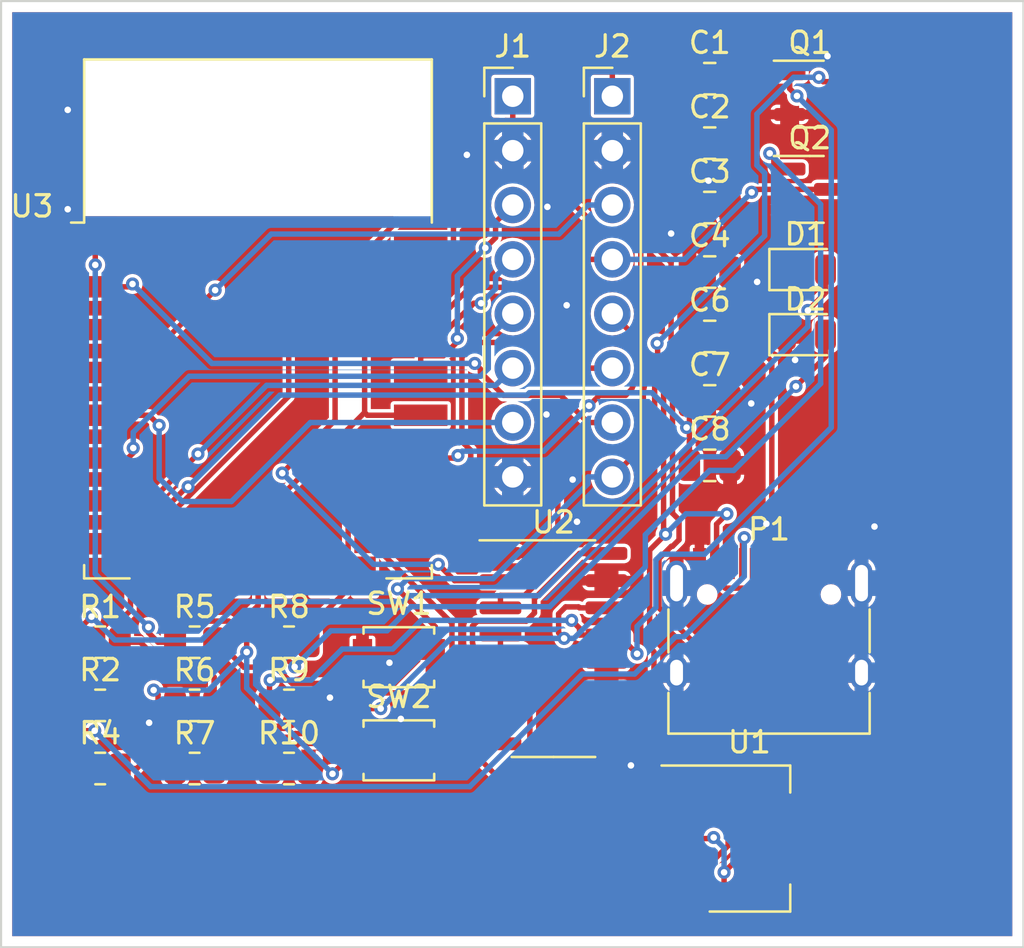
<source format=kicad_pcb>
(kicad_pcb (version 20221018) (generator pcbnew)
  (layers (0 "F.Cu" signal "Top Layer") (31 "B.Cu" signal "Bottom Layer") (34 "B.Paste" user) (35 "F.Paste" user) (36 "B.SilkS" user "Board Layer Stack Bottom Overlay") (37 "F.SilkS" user "Top Overlay") (38 "B.Mask" user "Board Layer Stack Bottom Solder") (39 "F.Mask" user "Top Solder") (44 "Edge.Cuts" user))
  (net 0 "")
  (net 1 "+5V")
  (net 2 "GND")
  (net 3 "+3.3V")
  (net 4 "Net-(U2-V3)")
  (net 5 "Net-(D1-A)")
  (net 6 "Net-(D2-A)")
  (net 7 "/GPIO4(D2)")
  (net 8 "/GPIO5(D1)")
  (net 9 "/GPIO12(D6)")
  (net 10 "/GPIO13(D7)")
  (net 11 "/GPIO14(D5)")
  (net 12 "/GPIO16(D0)")
  (net 13 "/GPIO0(D3)")
  (net 14 "/GPIO2(D4)")
  (net 15 "/GPIO15(D8)")
  (net 16 "/ADC0(A0)")
  (net 17 "/RST")
  (net 18 "Net-(P1-CC)")
  (net 20 "Net-(Q1-G)")
  (net 21 "Net-(Q2-G)")
  (net 22 "Net-(U3-EN)")
  (net 23 "Net-(U2-TXD)")
  (net 24 "Net-(U2-RXD)")
  (footprint "RF_Module:ESP-12E" (layer "F.Cu") (at 108.012 66.662)
    (fp_text reference "U3")
    (fp_text value "ESP-12F")
  )
  (footprint "Capacitor_SMD:C_0805_2012Metric" (layer "F.Cu") (at 129.112 64.472)
    (fp_text reference "C4")
    (fp_text value "100nF")
  )
  (footprint "Capacitor_SMD:C_0805_2012Metric" (layer "F.Cu") (at 129.112 61.462)
    (fp_text reference "C3")
    (fp_text value "100nF")
  )
  (footprint "Capacitor_SMD:C_0805_2012Metric" (layer "F.Cu") (at 129.112 55.442)
    (fp_text reference "C1")
    (fp_text value "22uF")
  )
  (footprint "Resistor_SMD:R_0805_2012Metric" (layer "F.Cu") (at 109.462 87.662)
    (fp_text reference "R10")
    (fp_text value "10K")
  )
  (footprint "Resistor_SMD:R_0805_2012Metric" (layer "F.Cu") (at 105.052 81.762)
    (fp_text reference "R5")
    (fp_text value "10K")
  )
  (footprint "LED_SMD:LED_0805_2012Metric" (layer "F.Cu") (at 133.582 64.357)
    (fp_text reference "D1")
    (fp_text value "RED_LED")
  )
  (footprint "Resistor_SMD:R_0805_2012Metric" (layer "F.Cu") (at 105.052 87.662)
    (fp_text reference "R7")
    (fp_text value "10K")
  )
  (footprint "Resistor_SMD:R_0805_2012Metric" (layer "F.Cu") (at 109.462 84.712)
    (fp_text reference "R9")
    (fp_text value "10K")
  )
  (footprint "Button_Switch_SMD:SW_SPST_B3U-1000P" (layer "F.Cu") (at 114.592 86.812)
    (fp_text reference "SW2")
    (fp_text value "SW_Push")
  )
  (footprint "Capacitor_SMD:C_0805_2012Metric" (layer "F.Cu") (at 129.112 58.452)
    (fp_text reference "C2")
    (fp_text value "10uF")
  )
  (footprint "Package_TO_SOT_SMD:SOT-23" (layer "F.Cu") (at 133.782 60.612)
    (fp_text reference "Q2")
    (fp_text value "BSS138")
  )
  (footprint "Resistor_SMD:R_0805_2012Metric" (layer "F.Cu") (at 100.642 87.662)
    (fp_text reference "R4")
    (fp_text value "10K")
  )
  (footprint "Resistor_SMD:R_0805_2012Metric" (layer "F.Cu") (at 109.462 81.762)
    (fp_text reference "R8")
    (fp_text value "470")
  )
  (footprint "Package_TO_SOT_SMD:SOT-223-3_TabPin2" (layer "F.Cu") (at 130.962 90.932)
    (fp_text reference "U1")
    (fp_text value "AMS1117-3.3")
  )
  (footprint "Resistor_SMD:R_0805_2012Metric" (layer "F.Cu") (at 105.052 84.712)
    (fp_text reference "R6")
    (fp_text value "10K")
  )
  (footprint "LED_SMD:LED_0805_2012Metric" (layer "F.Cu") (at 133.582 67.397)
    (fp_text reference "D2")
    (fp_text value "BLUE LED")
  )
  (footprint "Capacitor_SMD:C_0805_2012Metric" (layer "F.Cu") (at 129.112 70.492)
    (fp_text reference "C7")
    (fp_text value "100nF")
  )
  (footprint "Capacitor_SMD:C_0805_2012Metric" (layer "F.Cu") (at 129.112 67.482)
    (fp_text reference "C6")
    (fp_text value "100nF")
  )
  (footprint "Connector_PinHeader_2.54mm:PinHeader_1x08_P2.54mm_Vertical" (layer "F.Cu") (at 119.912 56.262)
    (fp_text reference "J1")
    (fp_text value "Conn_01x08")
  )
  (footprint "Capacitor_SMD:C_0805_2012Metric" (layer "F.Cu") (at 129.112 73.502)
    (fp_text reference "C8")
    (fp_text value "100nF")
  )
  (footprint "Connector_PinHeader_2.54mm:PinHeader_1x08_P2.54mm_Vertical" (layer "F.Cu") (at 124.562 56.262)
    (fp_text reference "J2")
    (fp_text value "Conn_01x08")
  )
  (footprint "Connector_USB:USB_C_Receptacle_HRO_TYPE-C-31-M-12" (layer "F.Cu") (at 131.882 82.132)
    (fp_text reference "P1")
    (fp_text value "USB_C_Plug_USB2.0")
  )
  (footprint "Resistor_SMD:R_0805_2012Metric" (layer "F.Cu") (at 100.642 81.762)
    (fp_text reference "R1")
    (fp_text value "470")
  )
  (footprint "Button_Switch_SMD:SW_SPST_B3U-1000P" (layer "F.Cu") (at 114.592 82.462)
    (fp_text reference "SW1")
    (fp_text value "SW_Push")
  )
  (footprint "Package_SO:SOIC-16_3.9x9.9mm_P1.27mm" (layer "F.Cu") (at 121.812 82.062)
    (fp_text reference "U2")
    (fp_text value "CH340C")
  )
  (footprint "Resistor_SMD:R_0805_2012Metric" (layer "F.Cu") (at 100.642 84.712)
    (fp_text reference "R2")
    (fp_text value "5K")
  )
  (footprint "Package_TO_SOT_SMD:SOT-23" (layer "F.Cu") (at 133.782 56.162)
    (fp_text reference "Q1")
    (fp_text value "BSS138")
  )
  (gr_rect (start 96.012 51.816) (end 143.764 96.012) (stroke (width 0.1)) (fill none) (layer "Edge.Cuts"))
  (segment (start 126.506371 93.206813) (end 126.506371 82.205708) (width 0.254254) (layer "F.Cu") (net 1))
  (segment (start 129.432 78.087) (end 129.432 76.246666) (width 0.254254) (layer "F.Cu") (net 1))
  (segment (start 129.432 76.246666) (end 129.913471 75.765195) (width 0.254254) (layer "F.Cu") (net 1))
  (segment (start 126.703457 57.907985) (end 126.703457 63.424516) (width 0.254254) (layer "F.Cu") (net 1))
  (segment (start 126.305783 77.462132) (end 127.049273 76.718642) (width 0.254254) (layer "F.Cu") (net 1))
  (segment (start 134.332 78.812) (end 134.332 78.087) (width 0.254254) (layer "F.Cu") (net 1))
  (segment (start 133.907065 79.236935) (end 134.332 78.812) (width 0.254254) (layer "F.Cu") (net 1))
  (segment (start 126.506371 82.205708) (end 126.305783 82.00512) (width 0.254254) (layer "F.Cu") (net 1))
  (segment (start 128.162 56.449442) (end 126.703457 57.907985) (width 0.254254) (layer "F.Cu") (net 1))
  (segment (start 126.956026 69.624017) (end 126.956026 76.625394) (width 0.254254) (layer "F.Cu") (net 1))
  (segment (start 128.162 55.442) (end 128.162 56.449442) (width 0.254254) (layer "F.Cu") (net 1))
  (segment (start 126.531558 93.232) (end 126.506371 93.206813) (width 0.254254) (layer "F.Cu") (net 1))
  (segment (start 129.837628 79.236935) (end 133.907065 79.236935) (width 0.254254) (layer "F.Cu") (net 1))
  (segment (start 126.956026 76.625394) (end 127.049273 76.718642) (width 0.254254) (layer "F.Cu") (net 1))
  (segment (start 126.703457 63.424516) (end 127.30748 64.028539) (width 0.254254) (layer "F.Cu") (net 1))
  (segment (start 127.131753 68.947877) (end 126.956026 69.624017) (width 0.254254) (layer "F.Cu") (net 1))
  (segment (start 127.30748 64.028539) (end 127.30748 68.772149) (width 0.254254) (layer "F.Cu") (net 1))
  (segment (start 129.432 78.831307) (end 129.837628 79.236935) (width 0.254254) (layer "F.Cu") (net 1))
  (segment (start 126.305783 82.00512) (end 126.305783 77.462132) (width 0.254254) (layer "F.Cu") (net 1))
  (segment (start 127.812 93.232) (end 126.531558 93.232) (width 0.254254) (layer "F.Cu") (net 1))
  (segment (start 129.432 78.087) (end 129.432 78.831307) (width 0.254254) (layer "F.Cu") (net 1))
  (segment (start 127.30748 68.772149) (end 127.131753 68.947877) (width 0.254254) (layer "F.Cu") (net 1))
  (via (at 127.049273 76.718642) (size 0.61021) (drill 0.305105) (layers "F.Cu" "B.Cu") (net 1))
  (via (at 129.913471 75.765195) (size 0.61021) (drill 0.305105) (layers "F.Cu" "B.Cu") (net 1))
  (segment (start 129.913471 75.765195) (end 128.00272 75.765195) (width 0.254254) (layer "B.Cu") (net 1))
  (segment (start 128.00272 75.765195) (end 127.049273 76.718642) (width 0.254254) (layer "B.Cu") (net 1))
  (segment (start 116.332 85.852) (end 116.292 85.892) (width 0.4) (layer "F.Cu") (net 2))
  (segment (start 102.926774 85.524341) (end 102.366841 85.524341) (width 0.4) (layer "F.Cu") (net 2))
  (segment (start 111.01323 84.712) (end 111.373458 84.351772) (width 0.4) (layer "F.Cu") (net 2))
  (segment (start 102.366841 85.524341) (end 101.5545 84.712) (width 0.4) (layer "F.Cu") (net 2))
  (segment (start 110.3745 84.712) (end 111.01323 84.712) (width 0.4) (layer "F.Cu") (net 2))
  (segment (start 116.292 85.892) (end 116.292 86.812) (width 0.4) (layer "F.Cu") (net 2))
  (segment (start 114.683927 85.344) (end 115.824 85.344) (width 0.4) (layer "F.Cu") (net 2))
  (segment (start 115.824 85.344) (end 116.332 85.852) (width 0.4) (layer "F.Cu") (net 2))
  (via (at 129.055703 60.204228) (size 0.61021) (drill 0.305105) (layers "F.Cu" "B.Cu") (net 2))
  (via (at 122.429275 66.023307) (size 0.61021) (drill 0.305105) (layers "F.Cu" "B.Cu") (net 2))
  (via (at 125.430678 87.516559) (size 0.61021) (drill 0.305105) (layers "F.Cu" "B.Cu") (net 2))
  (via (at 99.125424 61.538436) (size 0.61021) (drill 0.305105) (layers "F.Cu" "B.Cu") (net 2))
  (via (at 122.911195 76.134816) (size 0.61021) (drill 0.305105) (layers "F.Cu" "B.Cu") (net 2))
  (via (at 136.806577 76.36035) (size 0.61021) (drill 0.305105) (layers "F.Cu" "B.Cu") (net 2))
  (via (at 131.325338 64.93296) (size 0.61021) (drill 0.305105) (layers "F.Cu" "B.Cu") (net 2))
  (via (at 131.756411 76.231125) (size 0.61021) (drill 0.305105) (layers "F.Cu" "B.Cu") (net 2))
  (via (at 99.125424 56.898535) (size 0.61021) (drill 0.305105) (layers "F.Cu" "B.Cu") (net 2))
  (via (at 121.484834 71.125703) (size 0.61021) (drill 0.305105) (layers "F.Cu" "B.Cu") (net 2))
  (via (at 131.050471 70.610421) (size 0.61021) (drill 0.305105) (layers "F.Cu" "B.Cu") (net 2))
  (via (at 114.150993 82.72092) (size 0.61021) (drill 0.305105) (layers "F.Cu" "B.Cu") (net 2))
  (via (at 134.612054 54.386136) (size 0.61021) (drill 0.305105) (layers "F.Cu" "B.Cu") (net 2))
  (via (at 102.926774 85.524341) (size 0.61021) (drill 0.305105) (layers "F.Cu" "B.Cu") (net 2))
  (via (at 117.768467 58.999125) (size 0.61021) (drill 0.305105) (layers "F.Cu" "B.Cu") (net 2))
  (via (at 121.529134 61.427829) (size 0.61021) (drill 0.305105) (layers "F.Cu" "B.Cu") (net 2))
  (via (at 127.308437 62.673321) (size 0.61021) (drill 0.305105) (layers "F.Cu" "B.Cu") (net 2))
  (via (at 122.709137 74.167271) (size 0.61021) (drill 0.305105) (layers "F.Cu" "B.Cu") (net 2))
  (via (at 133.0984 68.578552) (size 0.61021) (drill 0.305105) (layers "F.Cu" "B.Cu") (net 2))
  (via (at 111.373458 84.351772) (size 0.61021) (drill 0.305105) (layers "F.Cu" "B.Cu") (net 2))
  (via (at 114.683927 85.344) (size 0.61021) (drill 0.305105) (layers "F.Cu" "B.Cu") (net 2))
  (segment (start 135.425528 76.243188) (end 133.03236 76.243188) (width 0.254254) (layer "F.Cu") (net 3))
  (segment (start 127.812 90.932) (end 129.247615 90.932) (width 0.254254) (layer "F.Cu") (net 3))
  (segment (start 103.872467 83.119966) (end 105.692293 83.119966) (width 0.254254) (layer "F.Cu") (net 3))
  (segment (start 118.19267 83.030647) (end 118.248775 82.695445) (width 0.254254) (layer "F.Cu") (net 3))
  (segment (start 119.577053 57.396292) (end 119.913999 57.396292) (width 0.254254) (layer "F.Cu") (net 3))
  (segment (start 134.08626 88.703027) (end 136.990025 85.799261) (width 0.254254) (layer "F.Cu") (net 3))
  (segment (start 124.287 77.617) (end 123.030558 77.617) (width 0.254254) (layer "F.Cu") (net 3))
  (segment (start 132.152659 77.088685) (end 132.132 77.088685) (width 0.24) (layer "F.Cu") (net 3))
  (segment (start 118.031038 81.00721) (end 118.031038 81.790976) (width 0.254254) (layer "F.Cu") (net 3))
  (segment (start 136.990025 77.807685) (end 135.425528 76.243188) (width 0.254254) (layer "F.Cu") (net 3))
  (segment (start 129.781823 92.510709) (end 129.781823 94.239327) (width 0.254254) (layer "F.Cu") (net 3))
  (segment (start 131.337844 90.954688) (end 131.337844 90.398222) (width 0.254254) (layer "F.Cu") (net 3))
  (segment (start 120.950056 57.396292) (end 119.913999 57.396292) (width 0.254254) (layer "F.Cu") (net 3))
  (segment (start 133.033039 88.703027) (end 134.08626 88.703027) (width 0.254254) (layer "F.Cu") (net 3))
  (segment (start 102.056576 77.663097) (end 109.44744 70.272232) (width 0.254254) (layer "F.Cu") (net 3))
  (segment (start 103.962316 85.944501) (end 105.714441 85.944501) (width 0.254254) (layer "F.Cu") (net 3))
  (segment (start 132.471017 76.770326) (end 132.998156 76.243188) (width 0.254254) (layer "F.Cu") (net 3))
  (segment (start 128.954943 54.580113) (end 128.954943 56.651615) (width 0.254254) (layer "F.Cu") (net 3))
  (segment (start 120.924695 80.395067) (end 120.541626 80.778135) (width 0.254254) (layer "F.Cu") (net 3))
  (segment (start 102.056576 77.185699) (end 102.056576 77.663097) (width 0.254254) (layer "F.Cu") (net 3))
  (segment (start 121.739031 53.502351) (end 121.739031 56.607316) (width 0.254254) (layer "F.Cu") (net 3))
  (segment (start 105.9645 81.762) (end 105.9645 82.847759) (width 0.254254) (layer "F.Cu") (net 3))
  (segment (start 134.08626 88.703027) (end 134.112 88.728768) (width 0.254254) (layer "F.Cu") (net 3))
  (segment (start 131.337844 90.398222) (end 133.033039 88.703027) (width 0.254254) (layer "F.Cu") (net 3))
  (segment (start 118.250329 82.697) (end 118.361 82.697) (width 0.254254) (layer "F.Cu") (net 3))
  (segment (start 102.056576 80.277482) (end 101.5545 80.779558) (width 0.254254) (layer "F.Cu") (net 3))
  (segment (start 121.739031 53.502351) (end 123.368238 55.131558) (width 0.254254) (layer "F.Cu") (net 3))
  (segment (start 118.66217 59.538704) (end 118.66217 58.311174) (width 0.254254) (layer "F.Cu") (net 3))
  (segment (start 102.669673 87.237145) (end 103.962316 85.944501) (width 0.254254) (layer "F.Cu") (net 3))
  (segment (start 132.998156 76.243188) (end 133.03236 76.243188) (width 0.254254) (layer "F.Cu") (net 3))
  (segment (start 118.66217 58.311174) (end 119.577053 57.396292) (width 0.254254) (layer "F.Cu") (net 3))
  (segment (start 128.162 57.444558) (end 128.162 58.452) (width 0.254254) (layer "F.Cu") (net 3))
  (segment (start 119.337 83.967) (end 119.337 82.697) (width 0.254254) (layer "F.Cu") (net 3))
  (segment (start 129.027653 94.993497) (end 126.141579 94.993497) (width 0.254254) (layer "F.Cu") (net 3))
  (segment (start 134.112 88.728768) (end 134.112 88.751558) (width 0.254254) (layer "F.Cu") (net 3))
  (segment (start 132.132 78.087) (end 131.632 78.087) (width 0.24) (layer "F.Cu") (net 3))
  (segment (start 104.688886 74.505991) (end 104.750079 74.505991) (width 0.254254) (layer "F.Cu") (net 3))
  (segment (start 128.162 71.863319) (end 128.162 72.494558) (width 0.254254) (layer "F.Cu") (net 3))
  (segment (start 105.9645 85.694442) (end 105.9645 84.712) (width 0.254254) (layer "F.Cu") (net 3))
  (segment (start 129.247615 90.932) (end 129.295976 90.883639) (width 0.254254) (layer "F.Cu") (net 3))
  (segment (start 129.781823 94.239327) (end 129.027653 94.993497) (width 0.254254) (layer "F.Cu") (net 3))
  (segment (start 119.913999 57.396292) (end 119.912 57.394292) (width 0.254254) (layer "F.Cu") (net 3))
  (segment (start 114.596985 62.019653) (end 116.181221 62.019653) (width 0.254254) (layer "F.Cu") (net 3))
  (segment (start 132.132 77.088685) (end 132.132 78.087) (width 0.24) (layer "F.Cu") (net 3))
  (segment (start 102.349442 87.662) (end 102.669673 87.341769) (width 0.254254) (layer "F.Cu") (net 3))
  (segment (start 124.562 55.131558) (end 124.562 56.262) (width 0.254254) (layer "F.Cu") (net 3))
  (segment (start 128.162 71.604215) (end 128.032448 71.733767) (width 0.254254) (layer "F.Cu") (net 3))
  (segment (start 118.361 82.697) (end 119.337 82.697) (width 0.254254) (layer "F.Cu") (net 3))
  (segment (start 128.162 70.492) (end 128.162 69.484558) (width 0.254254) (layer "F.Cu") (net 3))
  (segment (start 118.19267 83.629194) (end 118.19267 83.030647) (width 0.254254) (layer "F.Cu") (net 3))
  (segment (start 105.9645 82.847759) (end 105.692293 83.119966) (width 0.254254) (layer "F.Cu") (net 3))
  (segment (start 126.141579 94.993497) (end 118.058004 86.909922) (width 0.254254) (layer "F.Cu") (net 3))
  (segment (start 132.011065 75.221893) (end 133.03236 76.243188) (width 0.254254) (layer "F.Cu") (net 3))
  (segment (start 128.032448 71.733767) (end 128.162 71.863319) (width 0.254254) (layer "F.Cu") (net 3))
  (segment (start 129.066884 69.484558) (end 130.062 68.489442) (width 0.254254) (layer "F.Cu") (net 3))
  (segment (start 105.692293 83.119966) (end 105.9645 83.392173) (width 0.254254) (layer "F.Cu") (net 3))
  (segment (start 105.9645 83.392173) (end 105.9645 83.729558) (width 0.254254) (layer "F.Cu") (net 3))
  (segment (start 132.011065 68.648623) (end 132.011065 75.221893) (width 0.254254) (layer "F.Cu") (net 3))
  (segment (start 109.44744 67.169197) (end 114.596985 62.019653) (width 0.254254) (layer "F.Cu") (net 3))
  (segment (start 121.739031 56.607316) (end 120.950056 57.396292) (width 0.254254) (layer "F.Cu") (net 3))
  (segment (start 136.990025 85.799261) (end 136.990025 77.807685) (width 0.254254) (layer "F.Cu") (net 3))
  (segment (start 118.19267 82.358674) (end 118.248775 82.695445) (width 0.254254) (layer "F.Cu") (net 3))
  (segment (start 123.368238 55.131558) (end 124.562 55.131558) (width 0.254254) (layer "F.Cu") (net 3))
  (segment (start 128.954943 56.651615) (end 128.162 57.444558) (width 0.254254) (layer "F.Cu") (net 3))
  (segment (start 121.739031 53.502351) (end 127.877181 53.502351) (width 0.254254) (layer "F.Cu") (net 3))
  (segment (start 118.260113 80.778135) (end 118.031038 81.00721) (width 0.254254) (layer "F.Cu") (net 3))
  (segment (start 118.058004 86.909922) (end 118.058004 83.882311) (width 0.254254) (layer "F.Cu") (net 3))
  (segment (start 120.924695 79.722863) (end 120.924695 80.395067) (width 0.254254) (layer "F.Cu") (net 3))
  (segment (start 118.031038 81.790976) (end 118.19267 82.358674) (width 0.254254) (layer "F.Cu") (net 3))
  (segment (start 128.162 70.492) (end 128.162 71.604215) (width 0.254254) (layer "F.Cu") (net 3))
  (segment (start 128.162 61.462) (end 128.162 58.452) (width 0.254254) (layer "F.Cu") (net 3))
  (segment (start 120.541626 80.778135) (end 118.260113 80.778135) (width 0.254254) (layer "F.Cu") (net 3))
  (segment (start 119.337 82.697) (end 119.337 82.697) (width 0.254254) (layer "F.Cu") (net 3))
  (segment (start 130.062 68.489442) (end 130.062 67.482) (width 0.254254) (layer "F.Cu") (net 3))
  (segment (start 109.44744 70.272232) (end 109.44744 67.169197) (width 0.254254) (layer "F.Cu") (net 3))
  (segment (start 134.112 88.751558) (end 134.112 90.932) (width 0.254254) (layer "F.Cu") (net 3))
  (segment (start 118.058004 83.882311) (end 118.19267 83.629194) (width 0.254254) (layer "F.Cu") (net 3))
  (segment (start 102.032877 77.162) (end 104.688886 74.505991) (width 0.254254) (layer "F.Cu") (net 3))
  (segment (start 102.669673 87.341769) (end 102.669673 87.237145) (width 0.254254) (layer "F.Cu") (net 3))
  (segment (start 102.032877 77.162) (end 102.056576 77.185699) (width 0.254254) (layer "F.Cu") (net 3))
  (segment (start 102.056576 77.663097) (end 102.056576 80.277482) (width 0.254254) (layer "F.Cu") (net 3))
  (segment (start 100.412 77.162) (end 102.032877 77.162) (width 0.254254) (layer "F.Cu") (net 3))
  (segment (start 101.5545 80.779558) (end 101.5545 81.762) (width 0.254254) (layer "F.Cu") (net 3))
  (segment (start 102.514501 81.762) (end 103.872467 83.119966) (width 0.254254) (layer "F.Cu") (net 3))
  (segment (start 128.162 72.494558) (end 128.162 73.502) (width 0.254254) (layer "F.Cu") (net 3))
  (segment (start 130.844442 67.482) (end 132.011065 68.648623) (width 0.254254) (layer "F.Cu") (net 3))
  (segment (start 129.781823 92.510709) (end 131.337844 90.954688) (width 0.254254) (layer "F.Cu") (net 3))
  (segment (start 128.162 69.484558) (end 129.066884 69.484558) (width 0.254254) (layer "F.Cu") (net 3))
  (segment (start 128.162 58.452) (end 128.162 58.452) (width 0.254254) (layer "F.Cu") (net 3))
  (segment (start 101.5545 81.762) (end 102.514501 81.762) (width 0.254254) (layer "F.Cu") (net 3))
  (segment (start 118.248775 82.695445) (end 118.250329 82.697) (width 0.254254) (layer "F.Cu") (net 3))
  (segment (start 127.877181 53.502351) (end 128.954943 54.580113) (width 0.254254) (layer "F.Cu") (net 3))
  (segment (start 123.030558 77.617) (end 120.924695 79.722863) (width 0.254254) (layer "F.Cu") (net 3))
  (segment (start 101.5545 87.662) (end 102.349442 87.662) (width 0.254254) (layer "F.Cu") (net 3))
  (segment (start 105.714441 85.944501) (end 105.9645 85.694442) (width 0.254254) (layer "F.Cu") (net 3))
  (segment (start 119.912 57.394292) (end 119.912 57.392442) (width 0.254254) (layer "F.Cu") (net 3))
  (segment (start 105.9645 83.729558) (end 105.9645 84.712) (width 0.254254) (layer "F.Cu") (net 3))
  (segment (start 131.632 78.087) (end 131.632 78.087) (width 0.24) (layer "F.Cu") (net 3))
  (segment (start 119.912 57.392442) (end 119.912 56.262) (width 0.254254) (layer "F.Cu") (net 3))
  (segment (start 130.062 67.482) (end 130.844442 67.482) (width 0.254254) (layer "F.Cu") (net 3))
  (segment (start 132.471017 76.770326) (end 132.152659 77.088685) (width 0.24) (layer "F.Cu") (net 3))
  (segment (start 116.181221 62.019653) (end 118.66217 59.538704) (width 0.254254) (layer "F.Cu") (net 3))
  (via (at 129.781823 92.510709) (size 0.61021) (drill 0.305105) (layers "F.Cu" "B.Cu") (net 3))
  (via (at 104.750079 74.505991) (size 0.61021) (drill 0.305105) (layers "F.Cu" "B.Cu") (net 3))
  (via (at 129.295976 90.883639) (size 0.61021) (drill 0.305105) (layers "F.Cu" "B.Cu") (net 3))
  (via (at 128.032448 71.733767) (size 0.61021) (drill 0.305105) (layers "F.Cu" "B.Cu") (net 3))
  (segment (start 126.408148 70.109467) (end 128.032448 71.733767) (width 0.254254) (layer "B.Cu") (net 3))
  (segment (start 126.408148 70.109467) (end 126.408148 70.109467) (width 0.254254) (layer "B.Cu") (net 3))
  (segment (start 120.691314 70.109467) (end 126.408148 70.109467) (width 0.254254) (layer "B.Cu") (net 3))
  (segment (start 129.781823 91.369486) (end 129.781823 92.510709) (width 0.254254) (layer "B.Cu") (net 3))
  (segment (start 120.580472 70.22031) (end 120.691314 70.109467) (width 0.254254) (layer "B.Cu") (net 3))
  (segment (start 129.295976 90.883639) (end 129.781823 91.369486) (width 0.254254) (layer "B.Cu") (net 3))
  (segment (start 109.035761 70.22031) (end 120.580472 70.22031) (width 0.254254) (layer "B.Cu") (net 3))
  (segment (start 104.750079 74.505991) (end 109.035761 70.22031) (width 0.254254) (layer "B.Cu") (net 3))
  (segment (start 127.371593 77.282551) (end 127.316405 77.282551) (width 0.254254) (layer "F.Cu") (net 4))
  (segment (start 119.337 82.008442) (end 119.337 81.427) (width 0.254254) (layer "F.Cu") (net 4))
  (segment (start 129.104791 66.436651) (end 129.104791 68.1822) (width 0.254254) (layer "F.Cu") (net 4))
  (segment (start 126.638081 94.368999) (end 120.711078 88.441997) (width 0.254254) (layer "F.Cu") (net 4))
  (segment (start 128.579025 68.707965) (end 128.259612 68.707965) (width 0.254254) (layer "F.Cu") (net 4))
  (segment (start 126.741965 77.856992) (end 126.741965 80.156977) (width 0.254254) (layer "F.Cu") (net 4))
  (segment (start 129.969978 83.384991) (end 129.969978 91.267397) (width 0.254254) (layer "F.Cu") (net 4))
  (segment (start 120.711078 82.33382) (end 120.3857 82.008442) (width 0.254254) (layer "F.Cu") (net 4))
  (segment (start 127.421956 69.59625) (end 127.373051 69.707533) (width 0.254254) (layer "F.Cu") (net 4))
  (segment (start 128.259612 68.707965) (end 127.421956 69.545622) (width 0.254254) (layer "F.Cu") (net 4))
  (segment (start 127.373051 69.707533) (end 127.373051 75.738388) (width 0.254254) (layer "F.Cu") (net 4))
  (segment (start 129.137877 94.200484) (end 128.969362 94.368999) (width 0.254254) (layer "F.Cu") (net 4))
  (segment (start 130.062 64.472) (end 130.062 65.479442) (width 0.254254) (layer "F.Cu") (net 4))
  (segment (start 120.711078 88.441997) (end 120.711078 82.33382) (width 0.254254) (layer "F.Cu") (net 4))
  (segment (start 126.741965 80.156977) (end 129.969978 83.384991) (width 0.254254) (layer "F.Cu") (net 4))
  (segment (start 128.969362 94.368999) (end 126.638081 94.368999) (width 0.254254) (layer "F.Cu") (net 4))
  (segment (start 127.316405 77.282551) (end 126.741965 77.856992) (width 0.254254) (layer "F.Cu") (net 4))
  (segment (start 127.421956 69.545622) (end 127.421956 69.59625) (width 0.254254) (layer "F.Cu") (net 4))
  (segment (start 120.3857 82.008442) (end 119.337 82.008442) (width 0.254254) (layer "F.Cu") (net 4))
  (segment (start 127.678181 76.043518) (end 127.678181 76.975964) (width 0.254254) (layer "F.Cu") (net 4))
  (segment (start 129.969978 91.267397) (end 129.137877 92.099498) (width 0.254254) (layer "F.Cu") (net 4))
  (segment (start 127.373051 75.738388) (end 127.678181 76.043518) (width 0.254254) (layer "F.Cu") (net 4))
  (segment (start 129.137877 92.099498) (end 129.137877 94.200484) (width 0.254254) (layer "F.Cu") (net 4))
  (segment (start 127.678181 76.975964) (end 127.371593 77.282551) (width 0.254254) (layer "F.Cu") (net 4))
  (segment (start 130.062 65.479442) (end 129.104791 66.436651) (width 0.254254) (layer "F.Cu") (net 4))
  (segment (start 129.104791 68.1822) (end 128.579025 68.707965) (width 0.254254) (layer "F.Cu") (net 4))
  (segment (start 99.7295 81.07815) (end 99.7295 81.762) (width 0.254254) (layer "F.Cu") (net 5))
  (segment (start 100.238495 80.569155) (end 99.7295 81.07815) (width 0.254254) (layer "F.Cu") (net 5))
  (segment (start 134.5195 65.442254) (end 133.695528 66.266226) (width 0.254254) (layer "F.Cu") (net 5))
  (segment (start 134.5195 64.357) (end 134.5195 65.442254) (width 0.254254) (layer "F.Cu") (net 5))
  (via (at 133.695528 66.266226) (size 0.61021) (drill 0.305105) (layers "F.Cu" "B.Cu") (net 5))
  (via (at 100.238495 80.569155) (size 0.61021) (drill 0.305105) (layers "F.Cu" "B.Cu") (net 5))
  (segment (start 100.238495 80.569155) (end 101.327569 81.658228) (width 0.254254) (layer "B.Cu") (net 5))
  (segment (start 101.327569 81.658228) (end 105.377981 81.658228) (width 0.254254) (layer "B.Cu") (net 5))
  (segment (start 114.796457 79.862953) (end 115.071343 79.588067) (width 0.254254) (layer "B.Cu") (net 5))
  (segment (start 121.128697 79.588067) (end 133.695528 67.021236) (width 0.254254) (layer "B.Cu") (net 5))
  (segment (start 115.071343 79.588067) (end 121.128697 79.588067) (width 0.254254) (layer "B.Cu") (net 5))
  (segment (start 107.173257 79.862953) (end 114.796457 79.862953) (width 0.254254) (layer "B.Cu") (net 5))
  (segment (start 105.377981 81.658228) (end 107.173257 79.862953) (width 0.254254) (layer "B.Cu") (net 5))
  (segment (start 133.695528 67.021236) (end 133.695528 66.266226) (width 0.254254) (layer "B.Cu") (net 5))
  (segment (start 134.5195 68.431796) (end 133.137455 69.813841) (width 0.254254) (layer "F.Cu") (net 6))
  (segment (start 109.344442 81.762) (end 108.5495 81.762) (width 0.254254) (layer "F.Cu") (net 6))
  (segment (start 109.724637 82.913965) (end 109.344442 82.533769) (width 0.254254) (layer "F.Cu") (net 6))
  (segment (start 134.5195 67.397) (end 134.5195 68.431796) (width 0.254254) (layer "F.Cu") (net 6))
  (segment (start 109.344442 82.533769) (end 109.344442 81.762) (width 0.254254) (layer "F.Cu") (net 6))
  (via (at 109.724637 82.913965) (size 0.61021) (drill 0.305105) (layers "F.Cu" "B.Cu") (net 6))
  (via (at 133.137455 69.813841) (size 0.61021) (drill 0.305105) (layers "F.Cu" "B.Cu") (net 6))
  (segment (start 114.038139 81.226903) (end 115.162847 80.102196) (width 0.254254) (layer "B.Cu") (net 6))
  (segment (start 111.411699 81.226903) (end 114.038139 81.226903) (width 0.254254) (layer "B.Cu") (net 6))
  (segment (start 109.724637 82.913965) (end 111.411699 81.226903) (width 0.254254) (layer "B.Cu") (net 6))
  (segment (start 129.858061 73.101381) (end 133.137455 69.821987) (width 0.254254) (layer "B.Cu") (net 6))
  (segment (start 121.636487 80.102196) (end 128.637302 73.101381) (width 0.254254) (layer "B.Cu") (net 6))
  (segment (start 133.137455 69.821987) (end 133.137455 69.813841) (width 0.254254) (layer "B.Cu") (net 6))
  (segment (start 128.637302 73.101381) (end 129.858061 73.101381) (width 0.254254) (layer "B.Cu") (net 6))
  (segment (start 115.162847 80.102196) (end 121.636487 80.102196) (width 0.254254) (layer "B.Cu") (net 6))
  (segment (start 119.108697 62.868561) (end 119.108697 62.145303) (width 0.254254) (layer "F.Cu") (net 7))
  (segment (start 117.324325 67.728943) (end 116.67171 68.381558) (width 0.254254) (layer "F.Cu") (net 7))
  (segment (start 115.612 68.381558) (end 115.612 69.162) (width 0.254254) (layer "F.Cu") (net 7))
  (segment (start 119.108697 62.145303) (end 119.912 61.342) (width 0.254254) (layer "F.Cu") (net 7))
  (segment (start 117.324325 67.574848) (end 117.324325 67.728943) (width 0.254254) (layer "F.Cu") (net 7))
  (segment (start 118.630944 63.346314) (end 119.108697 62.868561) (width 0.254254) (layer "F.Cu") (net 7))
  (segment (start 116.67171 68.381558) (end 115.612 68.381558) (width 0.254254) (layer "F.Cu") (net 7))
  (via (at 118.630944 63.346314) (size 0.61021) (drill 0.305105) (layers "F.Cu" "B.Cu") (net 7))
  (via (at 117.324325 67.574848) (size 0.61021) (drill 0.305105) (layers "F.Cu" "B.Cu") (net 7))
  (segment (start 117.324325 64.652933) (end 118.630944 63.346314) (width 0.254254) (layer "B.Cu") (net 7))
  (segment (start 117.324325 67.574848) (end 117.324325 64.652933) (width 0.254254) (layer "B.Cu") (net 7))
  (segment (start 115.612 67.162) (end 116.862 67.162) (width 0.254254) (layer "F.Cu") (net 8))
  (segment (start 118.095596 65.928404) (end 118.43522 65.928404) (width 0.254254) (layer "F.Cu") (net 8))
  (segment (start 116.862 67.162) (end 118.095596 65.928404) (width 0.254254) (layer "F.Cu") (net 8))
  (via (at 118.43522 65.928404) (size 0.61021) (drill 0.305105) (layers "F.Cu" "B.Cu") (net 8))
  (segment (start 119.108697 64.685303) (end 119.912 63.882) (width 0.254254) (layer "B.Cu") (net 8))
  (segment (start 118.43522 65.928404) (end 119.108697 65.254926) (width 0.254254) (layer "B.Cu") (net 8))
  (segment (start 119.108697 65.254926) (end 119.108697 64.685303) (width 0.254254) (layer "B.Cu") (net 8))
  (segment (start 101.942442 73.162) (end 102.185119 72.919323) (width 0.254254) (layer "F.Cu") (net 9))
  (segment (start 102.185119 72.919323) (end 102.185119 72.691759) (width 0.254254) (layer "F.Cu") (net 9))
  (segment (start 100.412 73.162) (end 101.942442 73.162) (width 0.254254) (layer "F.Cu") (net 9))
  (via (at 102.185119 72.691759) (size 0.61021) (drill 0.305105) (layers "F.Cu" "B.Cu") (net 9))
  (segment (start 119.108697 67.225303) (end 119.912 66.422) (width 0.254254) (layer "B.Cu") (net 9))
  (segment (start 118.405205 69.340757) (end 118.768259 68.977703) (width 0.254254) (layer "B.Cu") (net 9))
  (segment (start 102.185119 72.691759) (end 102.185119 71.955825) (width 0.254254) (layer "B.Cu") (net 9))
  (segment (start 104.800187 69.340757) (end 118.405205 69.340757) (width 0.254254) (layer "B.Cu") (net 9))
  (segment (start 118.768259 67.565741) (end 119.108697 67.225303) (width 0.254254) (layer "B.Cu") (net 9))
  (segment (start 102.185119 71.955825) (end 104.800187 69.340757) (width 0.254254) (layer "B.Cu") (net 9))
  (segment (start 118.768259 68.977703) (end 118.768259 67.565741) (width 0.254254) (layer "B.Cu") (net 9))
  (segment (start 100.412 75.162) (end 103.016647 75.162) (width 0.254254) (layer "F.Cu") (net 10))
  (segment (start 103.016647 75.162) (end 105.20883 72.969817) (width 0.254254) (layer "F.Cu") (net 10))
  (via (at 105.20883 72.969817) (size 0.61021) (drill 0.305105) (layers "F.Cu" "B.Cu") (net 10))
  (segment (start 119.108697 69.765303) (end 119.912 68.962) (width 0.254254) (layer "B.Cu") (net 10))
  (segment (start 105.20883 72.969817) (end 108.413344 69.765303) (width 0.254254) (layer "B.Cu") (net 10))
  (segment (start 108.413344 69.765303) (end 119.108697 69.765303) (width 0.254254) (layer "B.Cu") (net 10))
  (segment (start 100.412 71.162) (end 102.925151 71.162) (width 0.254254) (layer "F.Cu") (net 11))
  (segment (start 102.925151 71.162) (end 103.395227 71.632076) (width 0.254254) (layer "F.Cu") (net 11))
  (via (at 103.395227 71.632076) (size 0.61021) (drill 0.305105) (layers "F.Cu" "B.Cu") (net 11))
  (segment (start 103.395227 74.103585) (end 103.395227 71.632076) (width 0.254254) (layer "B.Cu") (net 11))
  (segment (start 112.36755 71.502) (end 110.45746 71.502) (width 0.254254) (layer "B.Cu") (net 11))
  (segment (start 104.480366 75.188724) (end 103.395227 74.103585) (width 0.254254) (layer "B.Cu") (net 11))
  (segment (start 110.45746 71.502) (end 106.770737 75.188724) (width 0.254254) (layer "B.Cu") (net 11))
  (segment (start 106.770737 75.188724) (end 104.480366 75.188724) (width 0.254254) (layer "B.Cu") (net 11))
  (segment (start 119.912 71.502) (end 112.36755 71.502) (width 0.254254) (layer "B.Cu") (net 11))
  (segment (start 106.01054 65.3197) (end 102.16824 69.162) (width 0.254254) (layer "F.Cu") (net 12))
  (segment (start 102.16824 69.162) (end 101.942442 69.162) (width 0.254254) (layer "F.Cu") (net 12))
  (segment (start 101.942442 69.162) (end 100.412 69.162) (width 0.254254) (layer "F.Cu") (net 12))
  (via (at 106.01054 65.3197) (size 0.61021) (drill 0.305105) (layers "F.Cu" "B.Cu") (net 12))
  (segment (start 122.069343 62.698215) (end 123.425558 61.342) (width 0.254254) (layer "B.Cu") (net 12))
  (segment (start 108.632025 62.698215) (end 122.069343 62.698215) (width 0.254254) (layer "B.Cu") (net 12))
  (segment (start 123.425558 61.342) (end 124.562 61.342) (width 0.254254) (layer "B.Cu") (net 12))
  (segment (start 106.01054 65.3197) (end 108.632025 62.698215) (width 0.254254) (layer "B.Cu") (net 12))
  (segment (start 103.344558 84.712) (end 104.1395 84.712) (width 0.254254) (layer "F.Cu") (net 13))
  (segment (start 117.919803 65.187803) (end 122.119755 65.187803) (width 0.254254) (layer "F.Cu") (net 13))
  (segment (start 114.419777 66.162) (end 116.945607 66.162) (width 0.254254) (layer "F.Cu") (net 13))
  (segment (start 112.992722 67.589054) (end 114.419777 66.162) (width 0.254254) (layer "F.Cu") (net 13))
  (segment (start 111.491724 87.908932) (end 112.161558 87.239099) (width 0.254254) (layer "F.Cu") (net 13))
  (segment (start 115.612 71.162) (end 113.120568 71.162) (width 0.254254) (layer "F.Cu") (net 13))
  (segment (start 103.344558 84.206562) (end 103.344558 84.712) (width 0.254254) (layer "F.Cu") (net 13))
  (segment (start 108.020577 76.0063) (end 108.020577 80.046422) (width 0.254254) (layer "F.Cu") (net 13))
  (segment (start 113.120568 71.162) (end 112.992722 71.034155) (width 0.254254) (layer "F.Cu") (net 13))
  (segment (start 112.161558 87.239099) (end 112.161558 86.812) (width 0.254254) (layer "F.Cu") (net 13))
  (segment (start 122.119755 65.187803) (end 123.425558 63.882) (width 0.254254) (layer "F.Cu") (net 13))
  (segment (start 131.206379 60.612) (end 133.700558 60.612) (width 0.254254) (layer "F.Cu") (net 13))
  (segment (start 112.992722 71.034155) (end 108.020577 76.0063) (width 0.254254) (layer "F.Cu") (net 13))
  (segment (start 107.484081 80.582917) (end 107.484081 82.223116) (width 0.254254) (layer "F.Cu") (net 13))
  (segment (start 123.425558 63.882) (end 124.562 63.882) (width 0.254254) (layer "F.Cu") (net 13))
  (segment (start 108.020577 80.046422) (end 107.484081 80.582917) (width 0.254254) (layer "F.Cu") (net 13))
  (segment (start 133.700558 60.612) (end 134.7195 60.612) (width 0.254254) (layer "F.Cu") (net 13))
  (segment (start 112.161558 86.812) (end 112.892 86.812) (width 0.254254) (layer "F.Cu") (net 13))
  (segment (start 103.137725 83.999729) (end 103.344558 84.206562) (width 0.254254) (layer "F.Cu") (net 13))
  (segment (start 112.992722 71.034155) (end 112.992722 67.589054) (width 0.254254) (layer "F.Cu") (net 13))
  (segment (start 131.070163 60.748216) (end 131.206379 60.612) (width 0.254254) (layer "F.Cu") (net 13))
  (segment (start 116.945607 66.162) (end 117.919803 65.187803) (width 0.254254) (layer "F.Cu") (net 13))
  (via (at 103.137725 83.999729) (size 0.61021) (drill 0.305105) (layers "F.Cu" "B.Cu") (net 13))
  (via (at 111.491724 87.908932) (size 0.61021) (drill 0.305105) (layers "F.Cu" "B.Cu") (net 13))
  (via (at 107.484081 82.223116) (size 0.61021) (drill 0.305105) (layers "F.Cu" "B.Cu") (net 13))
  (via (at 131.070163 60.748216) (size 0.61021) (drill 0.305105) (layers "F.Cu" "B.Cu") (net 13))
  (segment (start 105.707469 83.999729) (end 103.137725 83.999729) (width 0.254254) (layer "B.Cu") (net 13))
  (segment (start 107.484081 82.223116) (end 105.707469 83.999729) (width 0.254254) (layer "B.Cu") (net 13))
  (segment (start 127.936379 63.882) (end 125.698442 63.882) (width 0.254254) (layer "B.Cu") (net 13))
  (segment (start 125.698442 63.882) (end 124.562 63.882) (width 0.254254) (layer "B.Cu") (net 13))
  (segment (start 107.484081 83.90129) (end 111.491724 87.908932) (width 0.254254) (layer "B.Cu") (net 13))
  (segment (start 131.070163 60.748216) (end 127.936379 63.882) (width 0.254254) (layer "B.Cu") (net 13))
  (segment (start 107.484081 82.223116) (end 107.484081 83.90129) (width 0.254254) (layer "B.Cu") (net 13))
  (segment (start 112.22282 79.277386) (end 110.720648 80.779558) (width 0.254254) (layer "F.Cu") (net 14))
  (segment (start 125.460351 69.956017) (end 125.704949 69.373467) (width 0.254254) (layer "F.Cu") (net 14))
  (segment (start 125.704949 68.479693) (end 125.365303 68.140046) (width 0.254254) (layer "F.Cu") (net 14))
  (segment (start 125.704949 69.373467) (end 125.704949 68.479693) (width 0.254254) (layer "F.Cu") (net 14))
  (segment (start 112.22282 75.020738) (end 112.22282 79.277386) (width 0.254254) (layer "F.Cu") (net 14))
  (segment (start 125.184368 70.232) (end 125.460351 69.956017) (width 0.254254) (layer "F.Cu") (net 14))
  (segment (start 117.350373 73.042724) (end 117.231098 73.162) (width 0.254254) (layer "F.Cu") (net 14))
  (segment (start 125.365303 68.140046) (end 125.365303 67.225303) (width 0.254254) (layer "F.Cu") (net 14))
  (segment (start 110.3745 80.779558) (end 110.3745 81.762) (width 0.254254) (layer "F.Cu") (net 14))
  (segment (start 115.612 73.162) (end 114.081558 73.162) (width 0.254254) (layer "F.Cu") (net 14))
  (segment (start 117.142442 73.162) (end 115.612 73.162) (width 0.254254) (layer "F.Cu") (net 14))
  (segment (start 123.960088 70.232) (end 125.184368 70.232) (width 0.254254) (layer "F.Cu") (net 14))
  (segment (start 110.720648 80.779558) (end 110.3745 80.779558) (width 0.254254) (layer "F.Cu") (net 14))
  (segment (start 125.365303 67.225303) (end 124.562 66.422) (width 0.254254) (layer "F.Cu") (net 14))
  (segment (start 114.081558 73.162) (end 112.22282 75.020738) (width 0.254254) (layer "F.Cu") (net 14))
  (segment (start 117.231098 73.162) (end 117.142442 73.162) (width 0.254254) (layer "F.Cu") (net 14))
  (segment (start 123.474792 70.717296) (end 123.960088 70.232) (width 0.254254) (layer "F.Cu") (net 14))
  (via (at 123.474792 70.717296) (size 0.61021) (drill 0.305105) (layers "F.Cu" "B.Cu") (net 14))
  (via (at 117.350373 73.042724) (size 0.61021) (drill 0.305105) (layers "F.Cu" "B.Cu") (net 14))
  (segment (start 121.35293 72.839158) (end 123.474792 70.717296) (width 0.254254) (layer "B.Cu") (net 14))
  (segment (start 117.350373 73.042724) (end 117.553939 72.839158) (width 0.254254) (layer "B.Cu") (net 14))
  (segment (start 117.553939 72.839158) (end 121.35293 72.839158) (width 0.254254) (layer "B.Cu") (net 14))
  (segment (start 117.071962 83.434568) (end 116.377327 84.129204) (width 0.254254) (layer "F.Cu") (net 15))
  (segment (start 122.226357 67.762799) (end 123.425558 68.962) (width 0.254254) (layer "F.Cu") (net 15))
  (segment (start 106.759442 87.662) (end 105.9645 87.662) (width 0.254254) (layer "F.Cu") (net 15))
  (segment (start 117.950218 72.799939) (end 117.536903 72.386624) (width 0.254254) (layer "F.Cu") (net 15))
  (segment (start 112.557204 84.129204) (end 111.168925 85.517483) (width 0.254254) (layer "F.Cu") (net 15))
  (segment (start 110.731879 86.027706) (end 109.755903 86.027706) (width 0.254254) (layer "F.Cu") (net 15))
  (segment (start 118.21544 67.762799) (end 122.226357 67.762799) (width 0.254254) (layer "F.Cu") (net 15))
  (segment (start 111.168925 85.517483) (end 111.168925 85.59066) (width 0.254254) (layer "F.Cu") (net 15))
  (segment (start 114.081558 75.162) (end 113.95507 75.288488) (width 0.254254) (layer "F.Cu") (net 15))
  (segment (start 109.755903 86.027706) (end 109.580689 86.20292) (width 0.254254) (layer "F.Cu") (net 15))
  (segment (start 117.950218 74.354225) (end 117.950218 72.799939) (width 0.254254) (layer "F.Cu") (net 15))
  (segment (start 116.377327 84.129204) (end 112.557204 84.129204) (width 0.254254) (layer "F.Cu") (net 15))
  (segment (start 111.168925 85.59066) (end 110.731879 86.027706) (width 0.254254) (layer "F.Cu") (net 15))
  (segment (start 108.218522 86.20292) (end 106.759442 87.662) (width 0.254254) (layer "F.Cu") (net 15))
  (segment (start 123.425558 68.962) (end 124.562 68.962) (width 0.254254) (layer "F.Cu") (net 15))
  (segment (start 117.071962 80.875147) (end 117.071962 83.434568) (width 0.254254) (layer "F.Cu") (net 15))
  (segment (start 113.95507 75.288488) (end 113.95507 77.758255) (width 0.254254) (layer "F.Cu") (net 15))
  (segment (start 117.536903 68.441336) (end 118.21544 67.762799) (width 0.254254) (layer "F.Cu") (net 15))
  (segment (start 117.142442 75.162) (end 117.950218 74.354225) (width 0.254254) (layer "F.Cu") (net 15))
  (segment (start 115.612 75.162) (end 117.142442 75.162) (width 0.254254) (layer "F.Cu") (net 15))
  (segment (start 113.95507 77.758255) (end 117.071962 80.875147) (width 0.254254) (layer "F.Cu") (net 15))
  (segment (start 117.536903 72.386624) (end 117.536903 68.441336) (width 0.254254) (layer "F.Cu") (net 15))
  (segment (start 109.580689 86.20292) (end 108.218522 86.20292) (width 0.254254) (layer "F.Cu") (net 15))
  (segment (start 115.612 75.162) (end 114.081558 75.162) (width 0.254254) (layer "F.Cu") (net 15))
  (segment (start 100.412 65.162) (end 102.019159 65.162) (width 0.254254) (layer "F.Cu") (net 16))
  (segment (start 118.400363 69.150077) (end 119.482286 70.232) (width 0.254254) (layer "F.Cu") (net 16))
  (segment (start 118.400363 69.004622) (end 118.400363 69.150077) (width 0.254254) (layer "F.Cu") (net 16))
  (segment (start 123.425558 71.502) (end 124.562 71.502) (width 0.254254) (layer "F.Cu") (net 16))
  (segment (start 102.019159 65.162) (end 102.150841 65.030318) (width 0.254254) (layer "F.Cu") (net 16))
  (segment (start 122.155558 70.232) (end 123.425558 71.502) (width 0.254254) (layer "F.Cu") (net 16))
  (segment (start 119.482286 70.232) (end 122.155558 70.232) (width 0.254254) (layer "F.Cu") (net 16))
  (segment (start 118.136524 68.740783) (end 118.400363 69.004622) (width 0.254254) (layer "F.Cu") (net 16))
  (via (at 102.150841 65.030318) (size 0.61021) (drill 0.305105) (layers "F.Cu" "B.Cu") (net 16))
  (via (at 118.136524 68.740783) (size 0.61021) (drill 0.305105) (layers "F.Cu" "B.Cu") (net 16))
  (segment (start 105.861306 68.740783) (end 102.150841 65.030318) (width 0.254254) (layer "B.Cu") (net 16))
  (segment (start 118.136524 68.740783) (end 105.861306 68.740783) (width 0.254254) (layer "B.Cu") (net 16))
  (segment (start 115.475436 82.548122) (end 115.475436 82.601665) (width 0.254254) (layer "F.Cu") (net 17))
  (segment (start 134.7195 55.580558) (end 134.7195 56.162) (width 0.254254) (layer "F.Cu") (net 17))
  (segment (start 106.809176 82.390594) (end 106.809176 80.939078) (width 0.254254) (layer "F.Cu") (net 17))
  (segment (start 126.678103 67.825539) (end 126.653967 67.801402) (width 0.254254) (layer "F.Cu") (net 17))
  (segment (start 126.539 69.5405) (end 126.678103 68.901031) (width 0.254254) (layer "F.Cu") (net 17))
  (segment (start 109.601922 83.686898) (end 109.112439 83.197415) (width 0.254254) (layer "F.Cu") (net 17))
  (segment (start 102.895136 81.312578) (end 102.895136 81.053519) (width 0.254254) (layer "F.Cu") (net 17))
  (segment (start 106.809176 80.939078) (end 106.645764 80.775667) (width 0.254254) (layer "F.Cu") (net 17))
  (segment (start 125.365303 73.238697) (end 126.539 72.065) (width 0.254254) (layer "F.Cu") (net 17))
  (segment (start 126.539 72.065) (end 126.539 69.5405) (width 0.254254) (layer "F.Cu") (net 17))
  (segment (start 115.561558 82.462) (end 115.475436 82.548122) (width 0.254254) (layer "F.Cu") (net 17))
  (segment (start 104.143391 80.775667) (end 104.1395 80.779558) (width 0.254254) (layer "F.Cu") (net 17))
  (segment (start 115.475436 82.601665) (end 114.390203 83.686898) (width 0.254254) (layer "F.Cu") (net 17))
  (segment (start 109.112439 83.197415) (end 109.112439 83.138867) (width 0.254254) (layer "F.Cu") (net 17))
  (segment (start 124.562 74.042) (end 125.365303 73.238697) (width 0.254254) (layer "F.Cu") (net 17))
  (segment (start 107.345153 82.926571) (end 106.809176 82.390594) (width 0.254254) (layer "F.Cu") (net 17))
  (segment (start 114.527651 79.272344) (end 116.292 81.036693) (width 0.254254) (layer "F.Cu") (net 17))
  (segment (start 126.678103 68.901031) (end 126.678103 67.825539) (width 0.254254) (layer "F.Cu") (net 17))
  (segment (start 109.112439 83.138867) (end 108.900143 82.926571) (width 0.254254) (layer "F.Cu") (net 17))
  (segment (start 108.900143 82.926571) (end 107.345153 82.926571) (width 0.254254) (layer "F.Cu") (net 17))
  (segment (start 104.1395 80.779558) (end 104.1395 81.762) (width 0.254254) (layer "F.Cu") (net 17))
  (segment (start 134.41008 55.580558) (end 134.7195 55.580558) (width 0.254254) (layer "F.Cu") (net 17))
  (segment (start 100.412 63.162) (end 100.412 63.942442) (width 0.254254) (layer "F.Cu") (net 17))
  (segment (start 100.412 63.942442) (end 100.411999 64.13805) (width 0.254254) (layer "F.Cu") (net 17))
  (segment (start 116.292 82.462) (end 115.561558 82.462) (width 0.254254) (layer "F.Cu") (net 17))
  (segment (start 134.206735 55.377213) (end 134.41008 55.580558) (width 0.254254) (layer "F.Cu") (net 17))
  (segment (start 114.390203 83.686898) (end 109.601922 83.686898) (width 0.254254) (layer "F.Cu") (net 17))
  (segment (start 104.1395 81.762) (end 103.344558 81.762) (width 0.254254) (layer "F.Cu") (net 17))
  (segment (start 103.344558 81.762) (end 102.895136 81.312578) (width 0.254254) (layer "F.Cu") (net 17))
  (segment (start 106.645764 80.775667) (end 104.143391 80.775667) (width 0.254254) (layer "F.Cu") (net 17))
  (segment (start 116.292 81.036693) (end 116.292 82.462) (width 0.254254) (layer "F.Cu") (net 17))
  (via (at 126.653967 67.801402) (size 0.61021) (drill 0.305105) (layers "F.Cu" "B.Cu") (net 17))
  (via (at 134.206735 55.377213) (size 0.61021) (drill 0.305105) (layers "F.Cu" "B.Cu") (net 17))
  (via (at 102.895136 81.053519) (size 0.61021) (drill 0.305105) (layers "F.Cu" "B.Cu") (net 17))
  (via (at 114.527651 79.272344) (size 0.61021) (drill 0.305105) (layers "F.Cu" "B.Cu") (net 17))
  (via (at 100.411999 64.13805) (size 0.61021) (drill 0.305105) (layers "F.Cu" "B.Cu") (net 17))
  (segment (start 100.411999 78.570382) (end 102.895136 81.053519) (width 0.254254) (layer "B.Cu") (net 17))
  (segment (start 123.425558 74.042) (end 124.562 74.042) (width 0.254254) (layer "B.Cu") (net 17))
  (segment (start 115.006821 78.793175) (end 118.98895 78.793175) (width 0.254254) (layer "B.Cu") (net 17))
  (segment (start 133.031744 55.377213) (end 134.206735 55.377213) (width 0.254254) (layer "B.Cu") (net 17))
  (segment (start 100.411999 64.13805) (end 100.411999 78.570382) (width 0.254254) (layer "B.Cu") (net 17))
  (segment (start 131.67585 62.779519) (end 131.67585 59.850179) (width 0.254254) (layer "B.Cu") (net 17))
  (segment (start 118.98895 78.793175) (end 123.425558 74.356567) (width 0.254254) (layer "B.Cu") (net 17))
  (segment (start 131.315378 59.489707) (end 131.315378 57.093579) (width 0.254254) (layer "B.Cu") (net 17))
  (segment (start 114.527651 79.272344) (end 115.006821 78.793175) (width 0.254254) (layer "B.Cu") (net 17))
  (segment (start 123.425558 74.356567) (end 123.425558 74.042) (width 0.254254) (layer "B.Cu") (net 17))
  (segment (start 131.315378 57.093579) (end 133.031744 55.377213) (width 0.254254) (layer "B.Cu") (net 17))
  (segment (start 126.653967 67.801402) (end 131.67585 62.779519) (width 0.254254) (layer "B.Cu") (net 17))
  (segment (start 131.67585 59.850179) (end 131.315378 59.489707) (width 0.254254) (layer "B.Cu") (net 17))
  (segment (start 130.632 76.972893) (end 130.725526 76.879367) (width 0.24) (layer "F.Cu") (net 18))
  (segment (start 99.7295 84.712) (end 99.7295 85.694442) (width 0.254254) (layer "F.Cu") (net 18))
  (segment (start 99.7295 85.694442) (end 99.931669 85.896611) (width 0.254254) (layer "F.Cu") (net 18))
  (segment (start 99.931669 85.896611) (end 100.386881 85.896611) (width 0.254254) (layer "F.Cu") (net 18))
  (segment (start 130.632 78.087) (end 130.632 76.972893) (width 0.24) (layer "F.Cu") (net 18))
  (via (at 130.725526 76.879367) (size 0.61021) (drill 0.305105) (layers "F.Cu" "B.Cu") (net 18))
  (via (at 100.386881 85.896611) (size 0.61021) (drill 0.305105) (layers "F.Cu" "B.Cu") (net 18))
  (segment (start 117.903445 88.506936) (end 102.997207 88.506936) (width 0.254254) (layer "B.Cu") (net 18))
  (segment (start 123.162704 83.247678) (end 117.903445 88.506936) (width 0.254254) (layer "B.Cu") (net 18))
  (segment (start 126.048672 82.803534) (end 125.604528 83.247678) (width 0.254254) (layer "B.Cu") (net 18))
  (segment (start 126.215329 82.803534) (end 126.048672 82.803534) (width 0.254254) (layer "B.Cu") (net 18))
  (segment (start 127.512471 81.506391) (end 126.215329 82.803534) (width 0.254254) (layer "B.Cu") (net 18))
  (segment (start 127.90572 81.506391) (end 127.512471 81.506391) (width 0.254254) (layer "B.Cu") (net 18))
  (segment (start 102.997207 88.506936) (end 100.386881 85.896611) (width 0.254254) (layer "B.Cu") (net 18))
  (segment (start 130.725526 78.686586) (end 127.90572 81.506391) (width 0.254254) (layer "B.Cu") (net 18))
  (segment (start 125.604528 83.247678) (end 123.162704 83.247678) (width 0.254254) (layer "B.Cu") (net 18))
  (segment (start 130.725526 76.879367) (end 130.725526 78.686586) (width 0.254254) (layer "B.Cu") (net 18))
  (segment (start 125.263 81.846951) (end 125.263 81.427) (width 0.254254) (layer "F.Cu") (net 20))
  (segment (start 125.717891 82.301842) (end 125.263 81.846951) (width 0.254254) (layer "F.Cu") (net 20))
  (segment (start 125.263 81.427) (end 124.287 81.427) (width 0.254254) (layer "F.Cu") (net 20))
  (segment (start 132.8445 55.905259) (end 132.8445 55.793442) (width 0.254254) (layer "F.Cu") (net 20))
  (segment (start 123.030558 81.109601) (end 123.030558 81.427) (width 0.254254) (layer "F.Cu") (net 20))
  (segment (start 123.030558 81.427) (end 124.287 81.427) (width 0.254254) (layer "F.Cu") (net 20))
  (segment (start 108.5495 83.563682) (end 108.580139 83.533043) (width 0.254254) (layer "F.Cu") (net 20))
  (segment (start 122.661807 80.74085) (end 123.030558 81.109601) (width 0.254254) (layer "F.Cu") (net 20))
  (segment (start 133.18676 56.247519) (end 132.8445 55.905259) (width 0.254254) (layer "F.Cu") (net 20))
  (segment (start 108.5495 84.712) (end 108.5495 83.563682) (width 0.254254) (layer "F.Cu") (net 20))
  (segment (start 132.8445 55.793442) (end 132.8445 55.212) (width 0.254254) (layer "F.Cu") (net 20))
  (via (at 125.717891 82.301842) (size 0.61021) (drill 0.305105) (layers "F.Cu" "B.Cu") (net 20))
  (via (at 108.580139 83.533043) (size 0.61021) (drill 0.305105) (layers "F.Cu" "B.Cu") (net 20))
  (via (at 133.18676 56.247519) (size 0.61021) (drill 0.305105) (layers "F.Cu" "B.Cu") (net 20))
  (via (at 122.661807 80.74085) (size 0.61021) (drill 0.305105) (layers "F.Cu" "B.Cu") (net 20))
  (segment (start 111.944486 82.079977) (end 114.302383 82.079977) (width 0.254254) (layer "B.Cu") (net 20))
  (segment (start 126.595982 77.918847) (end 126.864114 77.650715) (width 0.254254) (layer "B.Cu") (net 20))
  (segment (start 126.864114 77.650715) (end 128.868868 77.650715) (width 0.254254) (layer "B.Cu") (net 20))
  (segment (start 125.717891 81.023237) (end 126.595982 80.145146) (width 0.254254) (layer "B.Cu") (net 20))
  (segment (start 114.302383 82.079977) (end 115.641511 80.74085) (width 0.254254) (layer "B.Cu") (net 20))
  (segment (start 108.580139 83.533043) (end 110.49142 83.533043) (width 0.254254) (layer "B.Cu") (net 20))
  (segment (start 134.787871 57.84863) (end 133.18676 56.247519) (width 0.254254) (layer "B.Cu") (net 20))
  (segment (start 128.868868 77.650715) (end 134.787871 71.731712) (width 0.254254) (layer "B.Cu") (net 20))
  (segment (start 115.641511 80.74085) (end 122.661807 80.74085) (width 0.254254) (layer "B.Cu") (net 20))
  (segment (start 110.49142 83.533043) (end 111.944486 82.079977) (width 0.254254) (layer "B.Cu") (net 20))
  (segment (start 134.787871 71.731712) (end 134.787871 57.84863) (width 0.254254) (layer "B.Cu") (net 20))
  (segment (start 125.717891 82.301842) (end 125.717891 81.023237) (width 0.254254) (layer "B.Cu") (net 20))
  (segment (start 126.595982 80.145146) (end 126.595982 77.918847) (width 0.254254) (layer "B.Cu") (net 20))
  (segment (start 111.597011 85.752001) (end 111.597011 85.809018) (width 0.254254) (layer "F.Cu") (net 21))
  (segment (start 123.030558 80.157) (end 124.287 80.157) (width 0.254254) (layer "F.Cu") (net 21))
  (segment (start 108.5495 86.96) (end 108.5495 87.662) (width 0.254254) (layer "F.Cu") (net 21))
  (segment (start 131.913246 58.928973) (end 132.106 59.121727) (width 0.254254) (layer "F.Cu") (net 21))
  (segment (start 109.916639 86.490804) (end 109.447442 86.96) (width 0.254254) (layer "F.Cu") (net 21))
  (segment (start 122.053727 81.326133) (end 122.053727 80.438541) (width 0.254254) (layer "F.Cu") (net 21))
  (segment (start 110.915225 86.490804) (end 109.916639 86.490804) (width 0.254254) (layer "F.Cu") (net 21))
  (segment (start 113.744008 84.862682) (end 112.486329 84.862682) (width 0.254254) (layer "F.Cu") (net 21))
  (segment (start 112.486329 84.862682) (end 111.597011 85.752001) (width 0.254254) (layer "F.Cu") (net 21))
  (segment (start 132.106 59.121727) (end 132.106 59.662) (width 0.254254) (layer "F.Cu") (net 21))
  (segment (start 109.447442 86.96) (end 108.5495 86.96) (width 0.254254) (layer "F.Cu") (net 21))
  (segment (start 122.986193 80.112635) (end 123.030558 80.157) (width 0.254254) (layer "F.Cu") (net 21))
  (segment (start 111.597011 85.809018) (end 110.915225 86.490804) (width 0.254254) (layer "F.Cu") (net 21))
  (segment (start 122.053727 80.438541) (end 122.379632 80.112635) (width 0.254254) (layer "F.Cu") (net 21))
  (segment (start 122.309991 81.582397) (end 122.053727 81.326133) (width 0.254254) (layer "F.Cu") (net 21))
  (segment (start 132.106 59.662) (end 132.8445 59.662) (width 0.254254) (layer "F.Cu") (net 21))
  (segment (start 122.379632 80.112635) (end 122.986193 80.112635) (width 0.254254) (layer "F.Cu") (net 21))
  (via (at 122.309991 81.582397) (size 0.61021) (drill 0.305105) (layers "F.Cu" "B.Cu") (net 21))
  (via (at 113.744008 84.862682) (size 0.61021) (drill 0.305105) (layers "F.Cu" "B.Cu") (net 21))
  (via (at 131.913246 58.928973) (size 0.61021) (drill 0.305105) (layers "F.Cu" "B.Cu") (net 21))
  (segment (start 126.104159 78.245829) (end 126.104159 76.744017) (width 0.254254) (layer "B.Cu") (net 21))
  (segment (start 130.233988 73.739639) (end 134.290759 69.682867) (width 0.254254) (layer "B.Cu") (net 21))
  (segment (start 134.290759 69.682867) (end 134.290759 61.306487) (width 0.254254) (layer "B.Cu") (net 21))
  (segment (start 122.309991 81.582397) (end 122.767592 81.582397) (width 0.254254) (layer "B.Cu") (net 21))
  (segment (start 113.744008 84.862682) (end 117.024293 81.582397) (width 0.254254) (layer "B.Cu") (net 21))
  (segment (start 129.108537 73.739639) (end 130.233988 73.739639) (width 0.254254) (layer "B.Cu") (net 21))
  (segment (start 122.767592 81.582397) (end 126.104159 78.245829) (width 0.254254) (layer "B.Cu") (net 21))
  (segment (start 134.290759 61.306487) (end 131.913246 58.928973) (width 0.254254) (layer "B.Cu") (net 21))
  (segment (start 117.024293 81.582397) (end 122.309991 81.582397) (width 0.254254) (layer "B.Cu") (net 21))
  (segment (start 126.104159 76.744017) (end 129.108537 73.739639) (width 0.254254) (layer "B.Cu") (net 21))
  (segment (start 100.412 67.162) (end 98.881558 67.162) (width 0.254254) (layer "F.Cu") (net 22))
  (segment (start 98.881558 67.162) (end 98.780977 67.262581) (width 0.254254) (layer "F.Cu") (net 22))
  (segment (start 98.780977 85.731035) (end 99.7295 86.679558) (width 0.254254) (layer "F.Cu") (net 22))
  (segment (start 99.7295 86.679558) (end 99.7295 87.662) (width 0.254254) (layer "F.Cu") (net 22))
  (segment (start 98.780977 67.262581) (end 98.780977 85.731035) (width 0.254254) (layer "F.Cu") (net 22))
  (segment (start 111.613294 71.395188) (end 111.613294 67.630264) (width 0.254254) (layer "F.Cu") (net 23))
  (segment (start 109.145029 73.863452) (end 111.613294 71.395188) (width 0.254254) (layer "F.Cu") (net 23))
  (segment (start 119.337 78.887) (end 117.197629 78.887) (width 0.254254) (layer "F.Cu") (net 23))
  (segment (start 111.613294 67.630264) (end 114.081558 65.162) (width 0.254254) (layer "F.Cu") (net 23))
  (segment (start 114.081558 65.162) (end 115.612 65.162) (width 0.254254) (layer "F.Cu") (net 23))
  (segment (start 117.197629 78.887) (end 116.434897 78.124268) (width 0.254254) (layer "F.Cu") (net 23))
  (via (at 116.434897 78.124268) (size 0.61021) (drill 0.305105) (layers "F.Cu" "B.Cu") (net 23))
  (via (at 109.145029 73.863452) (size 0.61021) (drill 0.305105) (layers "F.Cu" "B.Cu") (net 23))
  (segment (start 113.405845 78.124268) (end 116.434897 78.124268) (width 0.254254) (layer "B.Cu") (net 23))
  (segment (start 109.145029 73.863452) (end 113.405845 78.124268) (width 0.254254) (layer "B.Cu") (net 23))
  (segment (start 119.337 79.575558) (end 119.337 80.157) (width 0.254254) (layer "F.Cu") (net 24))
  (segment (start 117.142442 63.162) (end 117.142442 62.377265) (width 0.254254) (layer "F.Cu") (net 24))
  (segment (start 126.131365 69.468666) (end 126.011083 70.032165) (width 0.254254) (layer "F.Cu") (net 24))
  (segment (start 117.142442 62.377265) (end 119.367213 60.152494) (width 0.254254) (layer "F.Cu") (net 24))
  (segment (start 122.017492 78.026946) (end 120.468881 79.575558) (width 0.254254) (layer "F.Cu") (net 24))
  (segment (start 126.131365 68.085364) (end 126.131365 69.468666) (width 0.254254) (layer "F.Cu") (net 24))
  (segment (start 120.468881 79.575558) (end 119.337 79.575558) (width 0.254254) (layer "F.Cu") (net 24))
  (segment (start 121.624893 60.152494) (end 124.084399 62.612) (width 0.254254) (layer "F.Cu") (net 24))
  (segment (start 123.153 72.772) (end 122.017492 73.907508) (width 0.254254) (layer "F.Cu") (net 24))
  (segment (start 124.084399 62.612) (end 125.058007 62.612) (width 0.254254) (layer "F.Cu") (net 24))
  (segment (start 124.999018 72.772) (end 123.153 72.772) (width 0.254254) (layer "F.Cu") (net 24))
  (segment (start 125.890724 63.444717) (end 125.890724 67.844723) (width 0.254254) (layer "F.Cu") (net 24))
  (segment (start 122.017492 73.907508) (end 122.017492 78.026946) (width 0.254254) (layer "F.Cu") (net 24))
  (segment (start 115.612 63.162) (end 117.142442 63.162) (width 0.254254) (layer "F.Cu") (net 24))
  (segment (start 125.058007 62.612) (end 125.890724 63.444717) (width 0.254254) (layer "F.Cu") (net 24))
  (segment (start 119.367213 60.152494) (end 121.624893 60.152494) (width 0.254254) (layer "F.Cu") (net 24))
  (segment (start 126.011083 70.032165) (end 126.011083 71.759935) (width 0.254254) (layer "F.Cu") (net 24))
  (segment (start 126.011083 71.759935) (end 124.999018 72.772) (width 0.254254) (layer "F.Cu") (net 24))
  (segment (start 125.890724 67.844723) (end 126.131365 68.085364) (width 0.254254) (layer "F.Cu") (net 24))
  (zone (net 2) (net_name "GND") (layer "F.Cu") (connect_pads (clearance 0.1524)) (min_thickness 0.0254) (fill yes (thermal_gap 0.0254) (thermal_bridge_width 0.1524))
    (polygon (pts (xy 96.528131 95.495869) (xy 96.528131 52.332131) (xy 143.247869 52.332131) (xy 143.247869 95.495869)))
  )
  (zone (net 2) (net_name "GND") (layer "B.Cu") (connect_pads (clearance 0.1524)) (min_thickness 0.0254) (fill yes (thermal_gap 0.0254) (thermal_bridge_width 0.1524))
    (polygon (pts (xy 96.528131 95.495869) (xy 96.528131 52.332131) (xy 143.247869 52.332131) (xy 143.247869 95.495869)))
  )
)
</source>
